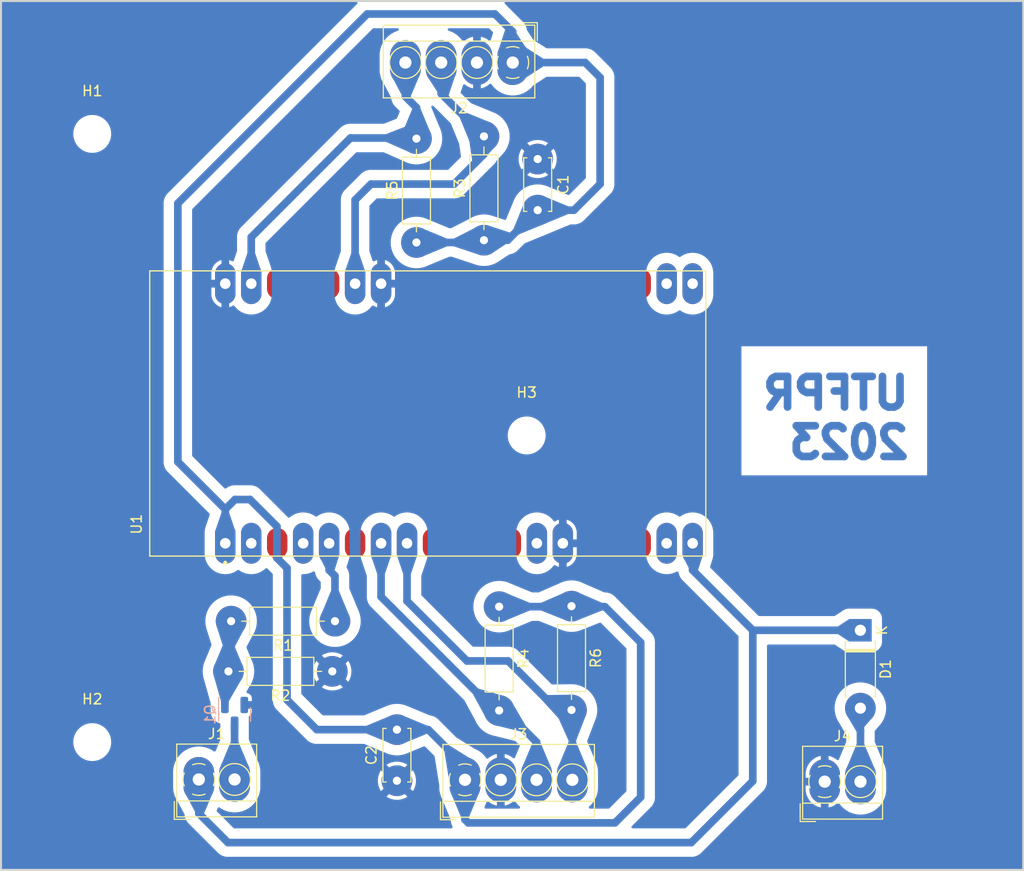
<source format=kicad_pcb>
(kicad_pcb (version 20221018) (generator pcbnew)
  (layers (0 "F.Cu" signal "cobre frontal") (31 "B.Cu" signal "Cobre traseira") (34 "B.Paste" user "Pasta traseira") (35 "F.Paste" user "Pasta frontal") (36 "B.SilkS" user "Serigrafia traseira") (37 "F.SilkS" user "Serigrafia frontal") (38 "B.Mask" user "Máscara traseira") (39 "F.Mask" user "Máscara frontal") (44 "Edge.Cuts" user "Cortes contorno"))
  (net 0 "")
  (net 1 "GND")
  (net 2 "+3V3")
  (net 3 "+BATT")
  (net 4 "FAN")
  (net 5 "Net-(Q1-G)")
  (net 34 "Net-(J1-Pin_2)")
  (net 35 "SCL0")
  (net 36 "SDA0")
  (net 37 "SCL1")
  (net 38 "SDA1")
  (net 39 "Net-(D1-A)")
  (footprint "Capacitor_THT:C_Disc_D5.0mm_W2.5mm_P5.00mm" (layer "F.Cu") (at 134.625 124.585 90)
    (fp_text reference "C2" (at 2.5 -2.5 90) (layer "F.SilkS"))
    (fp_text value "220n")
    (fp_line (start -0.12 -1.37) (end -0.12 -1.055) (stroke (width 0.12)) (layer "F.SilkS"))
    (fp_line (start -0.12 -1.37) (end 5.12 -1.37) (stroke (width 0.12)) (layer "F.SilkS"))
    (fp_line (start -0.12 1.055) (end -0.12 1.37) (stroke (width 0.12)) (layer "F.SilkS"))
    (fp_line (start -0.12 1.37) (end 5.12 1.37) (stroke (width 0.12)) (layer "F.SilkS"))
    (fp_line (start 5.12 -1.37) (end 5.12 -1.055) (stroke (width 0.12)) (layer "F.SilkS"))
    (fp_line (start 5.12 1.055) (end 5.12 1.37) (stroke (width 0.12)) (layer "F.SilkS"))
    (pad "1" thru_hole circle (at 0 0 90) (size 3 3) (drill 0.8) (layers "*.Cu" "*.Mask") (net 1 "GND"))
    (pad "2" thru_hole circle (at 5 0 90) (size 3 3) (drill 0.8) (layers "*.Cu" "*.Mask") (net 2 "+3V3"))
  )
  (footprint "Resistor_THT:R_Axial_DIN0207_L6.3mm_D2.5mm_P10.16mm_Horizontal" (layer "F.Cu") (at 143.139 71.705 90)
    (fp_text reference "R3" (at 5.08 -2.37 90) (layer "F.SilkS"))
    (fp_text value "2k2")
    (fp_line (start 1.04 0) (end 1.81 0) (stroke (width 0.12)) (layer "F.SilkS"))
    (fp_line (start 1.81 -1.37) (end 1.81 1.37) (stroke (width 0.12)) (layer "F.SilkS"))
    (fp_line (start 1.81 1.37) (end 8.35 1.37) (stroke (width 0.12)) (layer "F.SilkS"))
    (fp_line (start 8.35 -1.37) (end 1.81 -1.37) (stroke (width 0.12)) (layer "F.SilkS"))
    (fp_line (start 8.35 1.37) (end 8.35 -1.37) (stroke (width 0.12)) (layer "F.SilkS"))
    (fp_line (start 9.12 0) (end 8.35 0) (stroke (width 0.12)) (layer "F.SilkS"))
    (pad "1" thru_hole circle (at 0 0 90) (size 3 3) (drill 0.8) (layers "*.Cu" "*.Mask") (net 2 "+3V3"))
    (pad "2" thru_hole circle (at 10.16 0 90) (size 3 3) (drill 0.8) (layers "*.Cu" "*.Mask") (net 35 "SCL0"))
  )
  (footprint "TerminalBlock_4Ucon:TerminalBlock_4Ucon_1x04_P3.50mm_Horizontal" (layer "F.Cu") (at 145.955 54.325 180)
    (fp_text reference "J2" (at 5.25 -4.46) (layer "F.SilkS"))
    (fp_text value "Screw_Terminal_01x04")
    (fp_line (start -2.4 2.16) (end -2.4 3.9) (stroke (width 0.12)) (layer "F.SilkS"))
    (fp_line (start -2.4 3.9) (end -0.9 3.9) (stroke (width 0.12)) (layer "F.SilkS"))
    (fp_line (start -2.16 -3.46) (end -2.16 3.66) (stroke (width 0.12)) (layer "F.SilkS"))
    (fp_line (start -2.16 -3.46) (end 12.66 -3.46) (stroke (width 0.12)) (layer "F.SilkS"))
    (fp_line (start -2.16 2.1) (end 12.66 2.1) (stroke (width 0.12)) (layer "F.SilkS"))
    (fp_line (start -2.16 3.66) (end 12.66 3.66) (stroke (width 0.12)) (layer "F.SilkS"))
    (fp_line (start 12.66 -3.46) (end 12.66 3.66) (stroke (width 0.12)) (layer "F.SilkS"))
    (fp_arc (start -1.432109 0.607742) (mid -1.555727 -0.00014) (end -1.432 -0.608) (stroke (width 0.12)) (layer "F.SilkS"))
    (fp_arc (start -0.607742 -1.432109) (mid 0.00014 -1.555727) (end 0.608 -1.432) (stroke (width 0.12)) (layer "F.SilkS"))
    (fp_arc (start 0.027011 1.555493) (mid -0.296984 1.527118) (end -0.608 1.432) (stroke (width 0.12)) (layer "F.SilkS"))
    (fp_arc (start 0.607587 1.431385) (mid 0.310017 1.523783) (end 0 1.555) (stroke (width 0.12)) (layer "F.SilkS"))
    (fp_arc (start 1.432109 -0.607742) (mid 1.555727 0.00014) (end 1.432 0.608) (stroke (width 0.12)) (layer "F.SilkS"))
    (fp_circle (center 3.5 0) (end 5.055 0) (stroke (width 0.12)) (fill none) (layer "F.SilkS"))
    (fp_circle (center 7 0) (end 8.555 0) (stroke (width 0.12)) (fill none) (layer "F.SilkS"))
    (fp_circle (center 10.5 0) (end 12.055 0) (stroke (width 0.12)) (fill none) (layer "F.SilkS"))
    (pad "1" thru_hole oval (at 0 0 180) (size 3 4.4) (drill 1.2) (layers "*.Cu" "*.Mask") (net 2 "+3V3"))
    (pad "2" thru_hole oval (at 3.5 0 180) (size 3 4.4) (drill 1.2) (layers "*.Cu" "*.Mask") (net 1 "GND"))
    (pad "3" thru_hole oval (at 7 0 180) (size 3 4.4) (drill 1.2) (layers "*.Cu" "*.Mask") (net 35 "SCL0"))
    (pad "4" thru_hole oval (at 10.5 0 180) (size 3 4.4) (drill 1.2) (layers "*.Cu" "*.Mask") (net 36 "SDA0"))
  )
  (footprint "MountingHole:MountingHole_3.2mm_M3" (layer "F.Cu") (at 104.82 120.805)
    (fp_text reference "H2" (at 0 -4.2) (layer "F.SilkS"))
    (fp_text value "MountingHole")
    (pad "" np_thru_hole circle (at 0 0) (size 3.2 3.2) (drill 3.2) (layers "*.Cu" "*.Mask"))
  )
  (footprint "Resistor_THT:R_Axial_DIN0207_L6.3mm_D2.5mm_P10.16mm_Horizontal" (layer "F.Cu") (at 151.705 107.505 -90)
    (fp_text reference "R6" (at 5.08 -2.37 90) (layer "F.SilkS"))
    (fp_text value "2k2")
    (fp_line (start 1.04 0) (end 1.81 0) (stroke (width 0.12)) (layer "F.SilkS"))
    (fp_line (start 1.81 -1.37) (end 1.81 1.37) (stroke (width 0.12)) (layer "F.SilkS"))
    (fp_line (start 1.81 1.37) (end 8.35 1.37) (stroke (width 0.12)) (layer "F.SilkS"))
    (fp_line (start 8.35 -1.37) (end 1.81 -1.37) (stroke (width 0.12)) (layer "F.SilkS"))
    (fp_line (start 8.35 1.37) (end 8.35 -1.37) (stroke (width 0.12)) (layer "F.SilkS"))
    (fp_line (start 9.12 0) (end 8.35 0) (stroke (width 0.12)) (layer "F.SilkS"))
    (pad "1" thru_hole circle (at 0 0 270) (size 3 3) (drill 0.8) (layers "*.Cu" "*.Mask") (net 2 "+3V3"))
    (pad "2" thru_hole circle (at 10.16 0 270) (size 3 3) (drill 0.8) (layers "*.Cu" "*.Mask") (net 38 "SDA1"))
  )
  (footprint "Resistor_THT:R_Axial_DIN0207_L6.3mm_D2.5mm_P10.16mm_Horizontal" (layer "F.Cu") (at 128.305 113.885 180)
    (fp_text reference "R2" (at 5.08 -2.37) (layer "F.SilkS"))
    (fp_text value "10k")
    (fp_line (start 1.04 0) (end 1.81 0) (stroke (width 0.12)) (layer "F.SilkS"))
    (fp_line (start 1.81 -1.37) (end 1.81 1.37) (stroke (width 0.12)) (layer "F.SilkS"))
    (fp_line (start 1.81 1.37) (end 8.35 1.37) (stroke (width 0.12)) (layer "F.SilkS"))
    (fp_line (start 8.35 -1.37) (end 1.81 -1.37) (stroke (width 0.12)) (layer "F.SilkS"))
    (fp_line (start 8.35 1.37) (end 8.35 -1.37) (stroke (width 0.12)) (layer "F.SilkS"))
    (fp_line (start 9.12 0) (end 8.35 0) (stroke (width 0.12)) (layer "F.SilkS"))
    (pad "1" thru_hole circle (at 0 0 180) (size 3 3) (drill 0.8) (layers "*.Cu" "*.Mask") (net 1 "GND"))
    (pad "2" thru_hole circle (at 10.16 0 180) (size 3 3) (drill 0.8) (layers "*.Cu" "*.Mask") (net 5 "Net-(Q1-G)"))
  )
  (footprint "MountingHole:MountingHole_3.2mm_M3" (layer "F.Cu") (at 147.32 90.805)
    (fp_text reference "H3" (at 0 -4.2) (layer "F.SilkS"))
    (fp_text value "MountingHole")
    (pad "" np_thru_hole circle (at 0 0) (size 3.2 3.2) (drill 3.2) (layers "*.Cu" "*.Mask"))
  )
  (footprint "Resistor_THT:R_Axial_DIN0207_L6.3mm_D2.5mm_P10.16mm_Horizontal" (layer "F.Cu") (at 144.625 107.555 -90)
    (fp_text reference "R4" (at 5.08 -2.37 90) (layer "F.SilkS"))
    (fp_text value "2k2")
    (fp_line (start 1.04 0) (end 1.81 0) (stroke (width 0.12)) (layer "F.SilkS"))
    (fp_line (start 1.81 -1.37) (end 1.81 1.37) (stroke (width 0.12)) (layer "F.SilkS"))
    (fp_line (start 1.81 1.37) (end 8.35 1.37) (stroke (width 0.12)) (layer "F.SilkS"))
    (fp_line (start 8.35 -1.37) (end 1.81 -1.37) (stroke (width 0.12)) (layer "F.SilkS"))
    (fp_line (start 8.35 1.37) (end 8.35 -1.37) (stroke (width 0.12)) (layer "F.SilkS"))
    (fp_line (start 9.12 0) (end 8.35 0) (stroke (width 0.12)) (layer "F.SilkS"))
    (pad "1" thru_hole circle (at 0 0 270) (size 3 3) (drill 0.8) (layers "*.Cu" "*.Mask") (net 2 "+3V3"))
    (pad "2" thru_hole circle (at 10.16 0 270) (size 3 3) (drill 0.8) (layers "*.Cu" "*.Mask") (net 37 "SCL1"))
  )
  (footprint "ESP32-DEVKITC-32D (1):MODULE_ESP32-DEVKITC-32D" (layer "F.Cu") (at 137.595 88.655 90)
    (fp_text reference "U1" (at -10.829175 -28.446045 90) (layer "F.SilkS") (effects (font (size 1.000386 1.000386))))
    (fp_text value "ESP32-DEVKITC-32D")
    (fp_line (start -13.95 -27.15) (end 13.95 -27.15) (stroke (width 0.127)) (layer "F.SilkS"))
    (fp_line (start -13.95 27.25) (end -13.95 -27.15) (stroke (width 0.127)) (layer "F.SilkS"))
    (fp_line (start 13.95 -27.15) (end 13.95 27.25) (stroke (width 0.127)) (layer "F.SilkS"))
    (fp_line (start 13.95 27.25) (end -13.95 27.25) (stroke (width 0.127)) (layer "F.SilkS"))
    (fp_circle (center -14.6 -19.76) (end -14.5 -19.76) (stroke (width 0.2)) (fill none) (layer "F.SilkS"))
    (pad "J2-1" thru_hole oval (at -12.7 -19.76 90) (size 4 2) (drill 1.04) (layers "*.Cu" "*.Mask") (net 2 "+3V3"))
    (pad "J2-2" thru_hole oval (at -12.7 -17.22 90) (size 4 2) (drill 1.04) (layers "*.Cu" "*.Mask"))
    (pad "J2-3" smd oval (at -12.7 -14.68 90) (size 3 2) (layers "F.Cu" "F.Paste" "F.Mask"))
    (pad "J2-4" thru_hole oval (at -12.7 -12.14 90) (size 4 2) (drill 1.04) (layers "*.Cu" "*.Mask"))
    (pad "J2-5" thru_hole oval (at -12.7 -9.6 90) (size 4 2) (drill 1.04) (layers "*.Cu" "*.Mask") (net 4 "FAN"))
    (pad "J2-6" smd oval (at -12.7 -7.06 90) (size 3 2) (layers "F.Cu" "F.Paste" "F.Mask"))
    (pad "J2-7" thru_hole oval (at -12.7 -4.52 90) (size 4 2) (drill 1.04) (layers "*.Cu" "*.Mask") (net 37 "SCL1"))
    (pad "J2-8" thru_hole oval (at -12.7 -1.98 90) (size 4 2) (drill 1.04) (layers "*.Cu" "*.Mask") (net 38 "SDA1"))
    (pad "J2-9" smd oval (at -12.7 0.56 90) (size 3 2) (layers "F.Cu" "F.Paste" "F.Mask"))
    (pad "J2-10" smd oval (at -12.7 3.1 90) (size 3 2) (layers "F.Cu" "F.Paste" "F.Mask"))
    (pad "J2-11" smd oval (at -12.7 5.64 90) (size 3 2) (layers "F.Cu" "F.Paste" "F.Mask"))
    (pad "J2-12" smd oval (at -12.7 8.18 90) (size 3 2) (layers "F.Cu" "F.Paste" "F.Mask"))
    (pad "J2-13" thru_hole oval (at -12.7 10.72 90) (size 4 2) (drill 1.04) (layers "*.Cu" "*.Mask"))
    (pad "J2-14" thru_hole oval (at -12.7 13.26 90) (size 4 2) (drill 1.04) (layers "*.Cu" "*.Mask") (net 1 "GND"))
    (pad "J2-15" smd oval (at -12.7 15.8 90) (size 3 2) (layers "F.Cu" "F.Paste" "F.Mask"))
    (pad "J2-16" smd oval (at -12.7 18.34 90) (size 3 2) (layers "F.Cu" "F.Paste" "F.Mask"))
    (pad "J2-17" smd oval (at -12.7 20.88 90) (size 3 2) (layers "F.Cu" "F.Paste" "F.Mask"))
    (pad "J2-18" thru_hole oval (at -12.7 23.42 90) (size 4 2) (drill 1.04) (layers "*.Cu" "*.Mask"))
    (pad "J2-19" thru_hole oval (at -12.7 25.96 90) (size 4 2) (drill 1.04) (layers "*.Cu" "*.Mask") (net 3 "+BATT"))
    (pad "J3-1" thru_hole oval (at 12.7 -19.76 90) (size 4 2) (drill 1.04) (layers "*.Cu" "*.Mask") (net 1 "GND"))
    (pad "J3-2" thru_hole oval (at 12.7 -17.22 90) (size 4 2) (drill 1.04) (layers "*.Cu" "*.Mask") (net 36 "SDA0"))
    (pad "J3-3" smd oval (at 12.7 -14.68 90) (size 3 2) (layers "F.Cu" "F.Paste" "F.Mask"))
    (pad "J3-4" smd oval (at 12.7 -12.14 90) (size 3 2) (layers "F.Cu" "F.Paste" "F.Mask"))
    (pad "J3-5" smd oval (at 12.7 -9.6 90) (size 3 2) (layers "F.Cu" "F.Paste" "F.Mask"))
    (pad "J3-6" thru_hole oval (at 12.7 -7.06 90) (size 4 2) (drill 1.04) (layers "*.Cu" "*.Mask") (net 35 "SCL0"))
    (pad "J3-7" thru_hole oval (at 12.7 -4.52 90) (size 4 2) (drill 1.04) (layers "*.Cu" "*.Mask") (net 1 "GND"))
    (pad "J3-8" smd oval (at 12.7 -1.98 90) (size 3 2) (layers "F.Cu" "F.Paste" "F.Mask"))
    (pad "J3-9" smd oval (at 12.7 0.56 90) (size 3 2) (layers "F.Cu" "F.Paste" "F.Mask"))
    (pad "J3-10" smd oval (at 12.7 3.1 90) (size 3 2) (layers "F.Cu" "F.Paste" "F.Mask"))
    (pad "J3-11" smd oval (at 12.7 5.64 90) (size 3 2) (layers "F.Cu" "F.Paste" "F.Mask"))
    (pad "J3-12" smd oval (at 12.7 8.18 90) (size 3 2) (layers "F.Cu" "F.Paste" "F.Mask"))
    (pad "J3-13" smd oval (at 12.7 10.72 90) (size 3 2) (layers "F.Cu" "F.Paste" "F.Mask"))
    (pad "J3-14" smd oval (at 12.7 13.26 90) (size 3 2) (layers "F.Cu" "F.Paste" "F.Mask"))
    (pad "J3-15" smd oval (at 12.7 15.8 90) (size 3 2) (layers "F.Cu" "F.Paste" "F.Mask"))
    (pad "J3-16" smd oval (at 12.7 18.34 90) (size 3 2) (layers "F.Cu" "F.Paste" "F.Mask"))
    (pad "J3-17" smd oval (at 12.7 20.88 90) (size 3 2) (layers "F.Cu" "F.Paste" "F.Mask"))
    (pad "J3-18" thru_hole oval (at 12.7 23.42 90) (size 4 2) (drill 1.04) (layers "*.Cu" "*.Mask"))
    (pad "J3-19" thru_hole oval (at 12.7 25.96 90) (size 4 2) (drill 1.04) (layers "*.Cu" "*.Mask"))
  )
  (footprint "Capacitor_THT:C_Disc_D5.0mm_W2.5mm_P5.00mm" (layer "F.Cu") (at 148.395 63.765 -90)
    (fp_text reference "C1" (at 2.5 -2.5 90) (layer "F.SilkS"))
    (fp_text value "220n")
    (fp_line (start -0.12 -1.37) (end -0.12 -1.055) (stroke (width 0.12)) (layer "F.SilkS"))
    (fp_line (start -0.12 -1.37) (end 5.12 -1.37) (stroke (width 0.12)) (layer "F.SilkS"))
    (fp_line (start -0.12 1.055) (end -0.12 1.37) (stroke (width 0.12)) (layer "F.SilkS"))
    (fp_line (start -0.12 1.37) (end 5.12 1.37) (stroke (width 0.12)) (layer "F.SilkS"))
    (fp_line (start 5.12 -1.37) (end 5.12 -1.055) (stroke (width 0.12)) (layer "F.SilkS"))
    (fp_line (start 5.12 1.055) (end 5.12 1.37) (stroke (width 0.12)) (layer "F.SilkS"))
    (pad "1" thru_hole circle (at 0 0 270) (size 3 3) (drill 0.8) (layers "*.Cu" "*.Mask") (net 1 "GND"))
    (pad "2" thru_hole circle (at 5 0 270) (size 3 3) (drill 0.8) (layers "*.Cu" "*.Mask") (net 2 "+3V3"))
  )
  (footprint "MountingHole:MountingHole_3.2mm_M3" (layer "F.Cu") (at 104.82 61.305)
    (fp_text reference "H1" (at 0 -4.2) (layer "F.SilkS"))
    (fp_text value "MountingHole")
    (pad "" np_thru_hole circle (at 0 0) (size 3.2 3.2) (drill 3.2) (layers "*.Cu" "*.Mask"))
  )
  (footprint "TerminalBlock_4Ucon:TerminalBlock_4Ucon_1x02_P3.50mm_Horizontal" (layer "F.Cu") (at 115.245 124.46)
    (fp_text reference "J1" (at 1.75 -4.46) (layer "F.SilkS"))
    (fp_text value "Fan")
    (fp_line (start -2.4 2.16) (end -2.4 3.9) (stroke (width 0.12)) (layer "F.SilkS"))
    (fp_line (start -2.4 3.9) (end -0.9 3.9) (stroke (width 0.12)) (layer "F.SilkS"))
    (fp_line (start -2.16 -3.46) (end -2.16 3.66) (stroke (width 0.12)) (layer "F.SilkS"))
    (fp_line (start -2.16 -3.46) (end 5.66 -3.46) (stroke (width 0.12)) (layer "F.SilkS"))
    (fp_line (start -2.16 2.1) (end 5.66 2.1) (stroke (width 0.12)) (layer "F.SilkS"))
    (fp_line (start -2.16 3.66) (end 5.66 3.66) (stroke (width 0.12)) (layer "F.SilkS"))
    (fp_line (start 5.66 -3.46) (end 5.66 3.66) (stroke (width 0.12)) (layer "F.SilkS"))
    (fp_arc (start -1.432109 0.607742) (mid -1.555727 -0.00014) (end -1.432 -0.608) (stroke (width 0.12)) (layer "F.SilkS"))
    (fp_arc (start -0.607742 -1.432109) (mid 0.00014 -1.555727) (end 0.608 -1.432) (stroke (width 0.12)) (layer "F.SilkS"))
    (fp_arc (start 0.027011 1.555493) (mid -0.296984 1.527118) (end -0.608 1.432) (stroke (width 0.12)) (layer "F.SilkS"))
    (fp_arc (start 0.607587 1.431385) (mid 0.310017 1.523783) (end 0 1.555) (stroke (width 0.12)) (layer "F.SilkS"))
    (fp_arc (start 1.432109 -0.607742) (mid 1.555727 0.00014) (end 1.432 0.608) (stroke (width 0.12)) (layer "F.SilkS"))
    (fp_circle (center 3.5 0) (end 5.055 0) (stroke (width 0.12)) (fill none) (layer "F.SilkS"))
    (pad "1" thru_hole oval (at 0 0) (size 3 4.4) (drill 1.2) (layers "*.Cu" "*.Mask") (net 3 "+BATT"))
    (pad "2" thru_hole oval (at 3.5 0) (size 3 4.4) (drill 1.2) (layers "*.Cu" "*.Mask") (net 34 "Net-(J1-Pin_2)"))
  )
  (footprint "TerminalBlock_4Ucon:TerminalBlock_4Ucon_1x04_P3.50mm_Horizontal" (layer "F.Cu") (at 141.285 124.495)
    (fp_text reference "J3" (at 5.25 -4.46) (layer "F.SilkS"))
    (fp_text value "Screw_Terminal_01x04")
    (fp_line (start -2.4 2.16) (end -2.4 3.9) (stroke (width 0.12)) (layer "F.SilkS"))
    (fp_line (start -2.4 3.9) (end -0.9 3.9) (stroke (width 0.12)) (layer "F.SilkS"))
    (fp_line (start -2.16 -3.46) (end -2.16 3.66) (stroke (width 0.12)) (layer "F.SilkS"))
    (fp_line (start -2.16 -3.46) (end 12.66 -3.46) (stroke (width 0.12)) (layer "F.SilkS"))
    (fp_line (start -2.16 2.1) (end 12.66 2.1) (stroke (width 0.12)) (layer "F.SilkS"))
    (fp_line (start -2.16 3.66) (end 12.66 3.66) (stroke (width 0.12)) (layer "F.SilkS"))
    (fp_line (start 12.66 -3.46) (end 12.66 3.66) (stroke (width 0.12)) (layer "F.SilkS"))
    (fp_arc (start -1.432109 0.607742) (mid -1.555727 -0.00014) (end -1.432 -0.608) (stroke (width 0.12)) (layer "F.SilkS"))
    (fp_arc (start -0.607742 -1.432109) (mid 0.00014 -1.555727) (end 0.608 -1.432) (stroke (width 0.12)) (layer "F.SilkS"))
    (fp_arc (start 0.027011 1.555493) (mid -0.296984 1.527118) (end -0.608 1.432) (stroke (width 0.12)) (layer "F.SilkS"))
    (fp_arc (start 0.607587 1.431385) (mid 0.310017 1.523783) (end 0 1.555) (stroke (width 0.12)) (layer "F.SilkS"))
    (fp_arc (start 1.432109 -0.607742) (mid 1.555727 0.00014) (end 1.432 0.608) (stroke (width 0.12)) (layer "F.SilkS"))
    (fp_circle (center 3.5 0) (end 5.055 0) (stroke (width 0.12)) (fill none) (layer "F.SilkS"))
    (fp_circle (center 7 0) (end 8.555 0) (stroke (width 0.12)) (fill none) (layer "F.SilkS"))
    (fp_circle (center 10.5 0) (end 12.055 0) (stroke (width 0.12)) (fill none) (layer "F.SilkS"))
    (pad "1" thru_hole oval (at 0 0) (size 3 4.4) (drill 1.2) (layers "*.Cu" "*.Mask") (net 2 "+3V3"))
    (pad "2" thru_hole oval (at 3.5 0) (size 3 4.4) (drill 1.2) (layers "*.Cu" "*.Mask") (net 1 "GND"))
    (pad "3" thru_hole oval (at 7 0) (size 3 4.4) (drill 1.2) (layers "*.Cu" "*.Mask") (net 37 "SCL1"))
    (pad "4" thru_hole oval (at 10.5 0) (size 3 4.4) (drill 1.2) (layers "*.Cu" "*.Mask") (net 38 "SDA1"))
  )
  (footprint "Diode_THT:D_DO-41_SOD81_P7.62mm_Horizontal" (layer "F.Cu") (at 179.965 109.865 -90)
    (fp_text reference "D1" (at 3.81 -2.47 90) (layer "F.SilkS"))
    (fp_text value "D")
    (fp_text user "K" (at 0 -2.1 90) (layer "F.SilkS"))
    (fp_line (start 1.09 -1.47) (end 6.53 -1.47) (stroke (width 0.12)) (layer "F.SilkS"))
    (fp_line (start 1.09 -1.34) (end 1.09 -1.47) (stroke (width 0.12)) (layer "F.SilkS"))
    (fp_line (start 1.09 1.34) (end 1.09 1.47) (stroke (width 0.12)) (layer "F.SilkS"))
    (fp_line (start 1.09 1.47) (end 6.53 1.47) (stroke (width 0.12)) (layer "F.SilkS"))
    (fp_line (start 1.87 -1.47) (end 1.87 1.47) (stroke (width 0.12)) (layer "F.SilkS"))
    (fp_line (start 1.99 -1.47) (end 1.99 1.47) (stroke (width 0.12)) (layer "F.SilkS"))
    (fp_line (start 2.11 -1.47) (end 2.11 1.47) (stroke (width 0.12)) (layer "F.SilkS"))
    (fp_line (start 6.53 -1.47) (end 6.53 -1.34) (stroke (width 0.12)) (layer "F.SilkS"))
    (fp_line (start 6.53 1.47) (end 6.53 1.34) (stroke (width 0.12)) (layer "F.SilkS"))
    (pad "1" thru_hole rect (at 0 0 270) (size 2.2 2.2) (drill 1.1) (layers "*.Cu" "*.Mask") (net 3 "+BATT"))
    (pad "2" thru_hole oval (at 7.62 0 270) (size 3 3) (drill 1.1) (layers "*.Cu" "*.Mask") (net 39 "Net-(D1-A)"))
  )
  (footprint "TerminalBlock_4Ucon:TerminalBlock_4Ucon_1x02_P3.50mm_Horizontal" (layer "F.Cu") (at 176.475 124.675)
    (fp_text reference "J4" (at 1.75 -4.46) (layer "F.SilkS"))
    (fp_text value "Input")
    (fp_line (start -2.4 2.16) (end -2.4 3.9) (stroke (width 0.12)) (layer "F.SilkS"))
    (fp_line (start -2.4 3.9) (end -0.9 3.9) (stroke (width 0.12)) (layer "F.SilkS"))
    (fp_line (start -2.16 -3.46) (end -2.16 3.66) (stroke (width 0.12)) (layer "F.SilkS"))
    (fp_line (start -2.16 -3.46) (end 5.66 -3.46) (stroke (width 0.12)) (layer "F.SilkS"))
    (fp_line (start -2.16 2.1) (end 5.66 2.1) (stroke (width 0.12)) (layer "F.SilkS"))
    (fp_line (start -2.16 3.66) (end 5.66 3.66) (stroke (width 0.12)) (layer "F.SilkS"))
    (fp_line (start 5.66 -3.46) (end 5.66 3.66) (stroke (width 0.12)) (layer "F.SilkS"))
    (fp_arc (start -1.432109 0.607742) (mid -1.555727 -0.00014) (end -1.432 -0.608) (stroke (width 0.12)) (layer "F.SilkS"))
    (fp_arc (start -0.607742 -1.432109) (mid 0.00014 -1.555727) (end 0.608 -1.432) (stroke (width 0.12)) (layer "F.SilkS"))
    (fp_arc (start 0.027011 1.555493) (mid -0.296984 1.527118) (end -0.608 1.432) (stroke (width 0.12)) (layer "F.SilkS"))
    (fp_arc (start 0.607587 1.431385) (mid 0.310017 1.523783) (end 0 1.555) (stroke (width 0.12)) (layer "F.SilkS"))
    (fp_arc (start 1.432109 -0.607742) (mid 1.555727 0.00014) (end 1.432 0.608) (stroke (width 0.12)) (layer "F.SilkS"))
    (fp_circle (center 3.5 0) (end 5.055 0) (stroke (width 0.12)) (fill none) (layer "F.SilkS"))
    (pad "1" thru_hole oval (at 0 0) (size 3 4.4) (drill 1.2) (layers "*.Cu" "*.Mask") (net 1 "GND"))
    (pad "2" thru_hole oval (at 3.5 0) (size 3 4.4) (drill 1.2) (layers "*.Cu" "*.Mask") (net 39 "Net-(D1-A)"))
  )
  (footprint "Resistor_THT:R_Axial_DIN0207_L6.3mm_D2.5mm_P10.16mm_Horizontal" (layer "F.Cu") (at 128.565 108.975 180)
    (fp_text reference "R1" (at 5.08 -2.37) (layer "F.SilkS"))
    (fp_text value "100")
    (fp_line (start 1.04 0) (end 1.81 0) (stroke (width 0.12)) (layer "F.SilkS"))
    (fp_line (start 1.81 -1.37) (end 1.81 1.37) (stroke (width 0.12)) (layer "F.SilkS"))
    (fp_line (start 1.81 1.37) (end 8.35 1.37) (stroke (width 0.12)) (layer "F.SilkS"))
    (fp_line (start 8.35 -1.37) (end 1.81 -1.37) (stroke (width 0.12)) (layer "F.SilkS"))
    (fp_line (start 8.35 1.37) (end 8.35 -1.37) (stroke (width 0.12)) (layer "F.SilkS"))
    (fp_line (start 9.12 0) (end 8.35 0) (stroke (width 0.12)) (layer "F.SilkS"))
    (pad "1" thru_hole circle (at 0 0 180) (size 3 3) (drill 0.8) (layers "*.Cu" "*.Mask") (net 4 "FAN"))
    (pad "2" thru_hole circle (at 10.16 0 180) (size 3 3) (drill 0.8) (layers "*.Cu" "*.Mask") (net 5 "Net-(Q1-G)"))
  )
  (footprint "Resistor_THT:R_Axial_DIN0207_L6.3mm_D2.5mm_P10.16mm_Horizontal" (layer "F.Cu") (at 136.535 71.927 90)
    (fp_text reference "R5" (at 5.08 -2.37 90) (layer "F.SilkS"))
    (fp_text value "2k2")
    (fp_line (start 1.04 0) (end 1.81 0) (stroke (width 0.12)) (layer "F.SilkS"))
    (fp_line (start 1.81 -1.37) (end 1.81 1.37) (stroke (width 0.12)) (layer "F.SilkS"))
    (fp_line (start 1.81 1.37) (end 8.35 1.37) (stroke (width 0.12)) (layer "F.SilkS"))
    (fp_line (start 8.35 -1.37) (end 1.81 -1.37) (stroke (width 0.12)) (layer "F.SilkS"))
    (fp_line (start 8.35 1.37) (end 8.35 -1.37) (stroke (width 0.12)) (layer "F.SilkS"))
    (fp_line (start 9.12 0) (end 8.35 0) (stroke (width 0.12)) (layer "F.SilkS"))
    (pad "1" thru_hole circle (at 0 0 90) (size 3 3) (drill 0.8) (layers "*.Cu" "*.Mask") (net 2 "+3V3"))
    (pad "2" thru_hole circle (at 10.16 0 90) (size 3 3) (drill 0.8) (layers "*.Cu" "*.Mask") (net 36 "SDA0"))
  )
  (footprint "Package_TO_SOT_SMD:SOT-23" (layer "B.Cu") (at 118.745 118.11 -90)
    (fp_text reference "Q1" (at 0 2.4 90) (layer "B.SilkS") (effects (justify mirror)))
    (fp_text value "2N7002K")
    (fp_line (start 0 -1.56) (end -0.65 -1.56) (stroke (width 0.12)) (layer "B.SilkS"))
    (fp_line (start 0 -1.56) (end 0.65 -1.56) (stroke (width 0.12)) (layer "B.SilkS"))
    (fp_line (start 0 1.56) (end -1.675 1.56) (stroke (width 0.12)) (layer "B.SilkS"))
    (fp_line (start 0 1.56) (end 0.65 1.56) (stroke (width 0.12)) (layer "B.SilkS"))
    (pad "1" smd roundrect (at -0.9375 0.95 270) (size 1.6 0.75) (layers "B.Cu" "B.Paste" "B.Mask") (net 5 "Net-(Q1-G)"))
    (pad "2" smd roundrect (at -0.9375 -0.95 270) (size 1.6 0.75) (layers "B.Cu" "B.Paste" "B.Mask") (net 1 "GND"))
    (pad "3" smd roundrect (at 0.9375 0 270) (size 1.5 0.75) (layers "B.Cu" "B.Paste" "B.Mask") (net 34 "Net-(J1-Pin_2)"))
  )
  (gr_rect (start 95.895 48.305) (end 195.895 133.305) (stroke (width 0.2)) (fill none) (layer "Edge.Cuts"))
  (gr_text "UTFPR\n2023" (at 185.049 93.263) (layer "B.Cu") (effects (font (size 3 3) (thickness 0.75) bold) (justify left bottom mirror)))
  (segment (start 119.6955 117.172) (end 119.695 117.1725) (width 0.75) (layer "B.Cu") (net 1))
  (segment (start 113.195 93.385) (end 117.835 98.025) (width 0.75) (layer "B.Cu") (net 2))
  (segment (start 126.789 119.585) (end 123.875 116.671) (width 0.75) (layer "B.Cu") (net 2))
  (segment (start 158.475 126.187) (end 155.957 128.705) (width 0.75) (layer "B.Cu") (net 2))
  (segment (start 117.835 98.025) (end 117.835 98.7297) (width 0.75) (layer "B.Cu") (net 2))
  (segment (start 151.655 107.555) (end 151.705 107.505) (width 0.75) (layer "B.Cu") (net 2))
  (segment (start 118.787 97.073) (end 117.835 98.025) (width 0.75) (layer "B.Cu") (net 2))
  (segment (start 141.605 128.705) (end 141.285 128.385) (width 0.75) (layer "B.Cu") (net 2))
  (segment (start 120.253 97.073) (end 118.787 97.073) (width 0.75) (layer "B.Cu") (net 2))
  (segment (start 113.195 68.095) (end 113.195 93.385) (width 0.75) (layer "B.Cu") (net 2))
  (segment (start 144.215 49.575) (end 131.715 49.575) (width 0.75) (layer "B.Cu") (net 2))
  (segment (start 136.535 71.927) (end 142.917 71.927) (width 0.75) (layer "B.Cu") (net 2))
  (segment (start 123.875 116.671) (end 123.875 103.780204) (width 0.75) (layer "B.Cu") (net 2))
  (segment (start 144.625 107.555) (end 151.655 107.555) (width 0.75) (layer "B.Cu") (net 2))
  (segment (start 154.505 55.785) (end 153.045 54.325) (width 0.75) (layer "B.Cu") (net 2))
  (segment (start 117.835 98.7297) (end 117.835 101.355) (width 0.75) (layer "B.Cu") (net 2))
  (segment (start 134.625 119.585) (end 126.789 119.585) (width 0.75) (layer "B.Cu") (net 2))
  (segment (start 148.395 68.765) (end 151.945 68.765) (width 0.75) (layer "B.Cu") (net 2))
  (segment (start 154.505 66.205) (end 154.505 55.785) (width 0.75) (layer "B.Cu") (net 2))
  (segment (start 141.285 128.385) (end 141.285 124.495) (width 0.75) (layer "B.Cu") (net 2))
  (segment (start 122.885 102.790204) (end 122.885 99.705) (width 0.75) (layer "B.Cu") (net 2))
  (segment (start 151.945 68.765) (end 154.505 66.205) (width 0.75) (layer "B.Cu") (net 2))
  (segment (start 145.955 51.315) (end 144.215 49.575) (width 0.75) (layer "B.Cu") (net 2))
  (segment (start 141.285 123.175) (end 137.695 119.585) (width 0.75) (layer "B.Cu") (net 2))
  (segment (start 145.955 54.325) (end 145.955 51.315) (width 0.75) (layer "B.Cu") (net 2))
  (segment (start 143.139 71.705) (end 145.455 71.705) (width 0.75) (layer "B.Cu") (net 2))
  (segment (start 122.885 99.705) (end 120.253 97.073) (width 0.75) (layer "B.Cu") (net 2))
  (segment (start 154.965 107.555) (end 158.475 111.065) (width 0.75) (layer "B.Cu") (net 2))
  (segment (start 142.917 71.927) (end 143.139 71.705) (width 0.75) (layer "B.Cu") (net 2))
  (segment (start 123.875 103.780204) (end 122.885 102.790204) (width 0.75) (layer "B.Cu") (net 2))
  (segment (start 141.285 124.495) (end 141.285 123.175) (width 0.75) (layer "B.Cu") (net 2))
  (segment (start 151.655 107.555) (end 154.965 107.555) (width 0.75) (layer "B.Cu") (net 2))
  (segment (start 131.715 49.575) (end 113.195 68.095) (width 0.75) (layer "B.Cu") (net 2))
  (segment (start 145.455 71.705) (end 148.395 68.765) (width 0.75) (layer "B.Cu") (net 2))
  (segment (start 153.045 54.325) (end 145.955 54.325) (width 0.75) (layer "B.Cu") (net 2))
  (segment (start 137.695 119.585) (end 134.625 119.585) (width 0.75) (layer "B.Cu") (net 2))
  (segment (start 158.475 111.065) (end 158.475 126.187) (width 0.75) (layer "B.Cu") (net 2))
  (segment (start 155.957 128.705) (end 141.605 128.705) (width 0.75) (layer "B.Cu") (net 2))
  (segment (start 169.4397 109.865) (end 163.555 103.9803) (width 0.75) (layer "B.Cu") (net 3))
  (segment (start 118.0947 130.635) (end 163.425 130.635) (width 0.75) (layer "B.Cu") (net 3))
  (segment (start 163.555 101.355) (end 163.555 103.9803) (width 0.75) (layer "B.Cu") (net 3))
  (segment (start 163.425 130.635) (end 169.4397 124.6203) (width 0.75) (layer "B.Cu") (net 3))
  (segment (start 115.245 124.46) (end 115.245 127.7853) (width 0.75) (layer "B.Cu") (net 3))
  (segment (start 179.965 109.865) (end 169.4397 109.865) (width 0.75) (layer "B.Cu") (net 3))
  (segment (start 115.245 127.7853) (end 118.0947 130.635) (width 0.75) (layer "B.Cu") (net 3))
  (segment (start 169.4397 124.6203) (end 169.4397 109.865) (width 0.75) (layer "B.Cu") (net 3))
  (segment (start 127.995 103.9803) (end 128.565 104.5503) (width 0.75) (layer "B.Cu") (net 4))
  (segment (start 128.565 104.5503) (end 128.565 108.975) (width 0.75) (layer "B.Cu") (net 4))
  (segment (start 127.995 101.355) (end 127.995 103.9803) (width 0.75) (layer "B.Cu") (net 4))
  (segment (start 118.405 108.975) (end 118.145 109.235) (width 0.75) (layer "B.Cu") (net 5))
  (segment (start 117.795 117.1725) (end 117.795 114.235) (width 0.75) (layer "B.Cu") (net 5))
  (segment (start 117.795 114.235) (end 118.145 113.885) (width 0.75) (layer "B.Cu") (net 5))
  (segment (start 118.145 109.235) (end 118.145 113.885) (width 0.75) (layer "B.Cu") (net 5))
  (segment (start 118.745 119.0475) (end 118.745 124.46) (width 0.75) (layer "B.Cu") (net 34))
  (segment (start 130.535 75.955) (end 130.535 67.765) (width 0.75) (layer "B.Cu") (net 35))
  (segment (start 138.955 57.361) (end 138.955 54.325) (width 0.75) (layer "B.Cu") (net 35))
  (segment (start 140.215 66.215) (end 143.139 63.291) (width 0.75) (layer "B.Cu") (net 35))
  (segment (start 132.085 66.215) (end 140.215 66.215) (width 0.75) (layer "B.Cu") (net 35))
  (segment (start 143.139 63.291) (end 143.139 61.545) (width 0.75) (layer "B.Cu") (net 35))
  (segment (start 143.139 61.545) (end 138.955 57.361) (width 0.75) (layer "B.Cu") (net 35))
  (segment (start 130.535 67.765) (end 132.085 66.215) (width 0.75) (layer "B.Cu") (net 35))
  (segment (start 136.535 61.705) (end 130.075 61.705) (width 0.75) (layer "B.Cu") (net 36))
  (segment (start 136.535 58.7303) (end 136.535 61.705) (width 0.75) (layer "B.Cu") (net 36))
  (segment (start 135.455 57.6503) (end 136.535 58.7303) (width 0.75) (layer "B.Cu") (net 36))
  (segment (start 120.375 71.405) (end 120.375 75.955) (width 0.75) (layer "B.Cu") (net 36))
  (segment (start 135.455 54.325) (end 135.455 57.6503) (width 0.75) (layer "B.Cu") (net 36))
  (segment (start 130.075 61.705) (end 120.375 71.405) (width 0.75) (layer "B.Cu") (net 36))
  (segment (start 144.20368 117.715) (end 133.075 106.58632) (width 0.75) (layer "B.Cu") (net 37))
  (segment (start 148.285 120.805) (end 145.195 117.715) (width 0.75) (layer "B.Cu") (net 37))
  (segment (start 133.075 106.58632) (end 133.075 101.355) (width 0.75) (layer "B.Cu") (net 37))
  (segment (start 145.195 117.715) (end 144.625 117.715) (width 0.75) (layer "B.Cu") (net 37))
  (segment (start 144.625 117.715) (end 144.20368 117.715) (width 0.75) (layer "B.Cu") (net 37))
  (segment (start 148.285 124.495) (end 148.285 120.805) (width 0.75) (layer "B.Cu") (net 37))
  (segment (start 145.505 112.865) (end 149.625 116.985) (width 0.75) (layer "B.Cu") (net 38))
  (segment (start 135.615 107.005) (end 141.475 112.865) (width 0.75) (layer "B.Cu") (net 38))
  (segment (start 141.475 112.865) (end 145.505 112.865) (width 0.75) (layer "B.Cu") (net 38))
  (segment (start 135.615 101.355) (end 135.615 107.005) (width 0.75) (layer "B.Cu") (net 38))
  (segment (start 151.025 116.985) (end 151.705 117.665) (width 0.75) (layer "B.Cu") (net 38))
  (segment (start 151.785 117.745) (end 151.705 117.665) (width 0.75) (layer "B.Cu") (net 38))
  (segment (start 151.785 124.495) (end 151.785 117.745) (width 0.75) (layer "B.Cu") (net 38))
  (segment (start 149.625 116.985) (end 151.025 116.985) (width 0.75) (layer "B.Cu") (net 38))
  (segment (start 179.965 119.7103) (end 179.975 119.7203) (width 0.75) (layer "B.Cu") (net 39))
  (segment (start 179.975 119.7203) (end 179.975 124.675) (width 0.75) (layer "B.Cu") (net 39))
  (segment (start 179.965 117.485) (end 179.965 119.7103) (width 0.75) (layer "B.Cu") (net 39))
  (zone (net 1) (net_name "GND") (layer "B.Cu") (connect_pads (clearance 1.016)) (min_thickness 0.254) (fill yes (thermal_gap 0.362) (thermal_bridge_width 0.762) (smoothing chamfer))
    (polygon (pts (xy 195.875 48.325) (xy 195.875 133.295) (xy 95.905 133.305) (xy 95.915 48.395)))
  )
)
</source>
